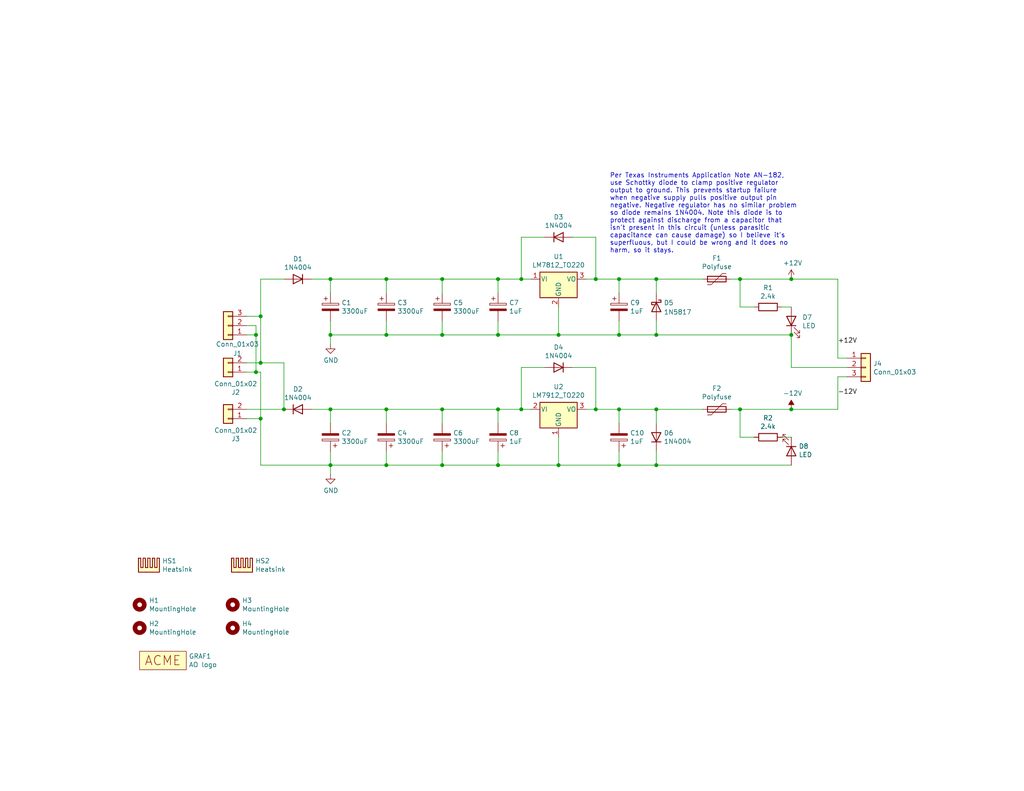
<source format=kicad_sch>
(kicad_sch (version 20211123) (generator eeschema)
  (paper "USLetter")
  (title_block (title "±12V wall wart supply") (date "2020-11-17") (company "Rich Holmes / Analog Output") (comment 1 "http://musicfromouterspace.com/analogsynth_new/WALLWARTSUPPLY/WALLWARTSUPPLY.php") (comment 2 "Based on MFOS "))
  (lib_symbols
    (symbol "Connector_Generic:Conn_01x02" (pin_names (offset 1.016) hide)
      (property "Reference" "J" (at 0 2.54 0))
      (property "Value" "Conn_01x02" (at 0 -5.08 0))
      (symbol "Conn_01x02_1_1"
        (rectangle (start -1.27 -2.413) (end 0 -2.667) (stroke (width 0.1524)))
        (rectangle (start -1.27 0.127) (end 0 -0.127) (stroke (width 0.1524)))
        (rectangle (start -1.27 1.27) (end 1.27 -3.81) (stroke (width 0.254)) (fill (type background)))
        (pin passive line (at -5.08 0 0) (length 3.81) (name "Pin_1") (number "1"))
        (pin passive line (at -5.08 -2.54 0) (length 3.81) (name "Pin_2") (number "2"))
      )
    )
    (symbol "Connector_Generic:Conn_01x03" (pin_names (offset 1.016) hide)
      (property "Reference" "J" (at 0 5.08 0))
      (property "Value" "Conn_01x03" (at 0 -5.08 0))
      (symbol "Conn_01x03_1_1"
        (rectangle (start -1.27 -2.413) (end 0 -2.667) (stroke (width 0.1524)))
        (rectangle (start -1.27 0.127) (end 0 -0.127) (stroke (width 0.1524)))
        (rectangle (start -1.27 2.667) (end 0 2.413) (stroke (width 0.1524)))
        (rectangle (start -1.27 3.81) (end 1.27 -3.81) (stroke (width 0.254)) (fill (type background)))
        (pin passive line (at -5.08 2.54 0) (length 3.81) (name "Pin_1") (number "1"))
        (pin passive line (at -5.08 0 0) (length 3.81) (name "Pin_2") (number "2"))
        (pin passive line (at -5.08 -2.54 0) (length 3.81) (name "Pin_3") (number "3"))
      )
    )
    (symbol "Device:LED" (pin_numbers hide) (pin_names (offset 1.016) hide)
      (property "Reference" "D" (at 0 2.54 0))
      (property "Value" "LED" (at 0 -2.54 0))
      (symbol "LED_0_1"
        (polyline (pts (xy -1.27 -1.27) (xy -1.27 1.27)) (stroke (width 0.254)))
        (polyline (pts (xy -1.27 0) (xy 1.27 0)))
        (polyline (pts (xy 1.27 -1.27) (xy 1.27 1.27) (xy -1.27 0) (xy 1.27 -1.27)) (stroke (width 0.254)))
        (polyline (pts (xy -3.048 -0.762) (xy -4.572 -2.286) (xy -3.81 -2.286) (xy -4.572 -2.286) (xy -4.572 -1.524)))
        (polyline (pts (xy -1.778 -0.762) (xy -3.302 -2.286) (xy -2.54 -2.286) (xy -3.302 -2.286) (xy -3.302 -1.524)))
      )
      (symbol "LED_1_1"
        (pin passive line (at -3.81 0 0) (length 2.54) (name "K") (number "1"))
        (pin passive line (at 3.81 0 180) (length 2.54) (name "A") (number "2"))
      )
    )
    (symbol "Device:Polyfuse" (pin_numbers hide) (pin_names (offset 0))
      (property "Reference" "F" (at -2.54 0 90))
      (property "Value" "Polyfuse" (at 2.54 0 90))
      (symbol "Polyfuse_0_1"
        (rectangle (start -0.762 2.54) (end 0.762 -2.54) (stroke (width 0.254)))
        (polyline (pts (xy 0 2.54) (xy 0 -2.54)))
        (polyline (pts (xy -1.524 2.54) (xy -1.524 1.524) (xy 1.524 -1.524) (xy 1.524 -2.54)))
      )
      (symbol "Polyfuse_1_1"
        (pin passive line (at 0 3.81 270) (length 1.27) (name "~") (number "1"))
        (pin passive line (at 0 -3.81 90) (length 1.27) (name "~") (number "2"))
      )
    )
    (symbol "Device:R" (pin_numbers hide) (pin_names (offset 0))
      (property "Reference" "R" (at 2.032 0 90))
      (property "Value" "R" (at 0 0 90))
      (symbol "R_0_1"
        (rectangle (start -1.016 -2.54) (end 1.016 2.54) (stroke (width 0.254)))
      )
      (symbol "R_1_1"
        (pin passive line (at 0 3.81 270) (length 1.27) (name "~") (number "1"))
        (pin passive line (at 0 -3.81 90) (length 1.27) (name "~") (number "2"))
      )
    )
    (symbol "Diode:1N4004" (pin_numbers hide) (pin_names (offset 1.016) hide)
      (property "Reference" "D" (at 0 2.54 0))
      (property "Value" "1N4004" (at 0 -2.54 0))
      (symbol "1N4004_0_1"
        (polyline (pts (xy -1.27 1.27) (xy -1.27 -1.27)) (stroke (width 0.254)))
        (polyline (pts (xy 1.27 0) (xy -1.27 0)))
        (polyline (pts (xy 1.27 1.27) (xy 1.27 -1.27) (xy -1.27 0) (xy 1.27 1.27)) (stroke (width 0.254)))
      )
      (symbol "1N4004_1_1"
        (pin passive line (at -3.81 0 0) (length 2.54) (name "K") (number "1"))
        (pin passive line (at 3.81 0 180) (length 2.54) (name "A") (number "2"))
      )
    )
    (symbol "Mechanical:Heatsink" (pin_names (offset 1.016))
      (property "Reference" "HS" (at 0 5.08 0))
      (property "Value" "Heatsink" (at 0 -1.27 0))
      (symbol "Heatsink_0_1"
        (polyline (pts (xy -0.3302 1.27) (xy -0.9652 1.27) (xy -0.9652 3.81) (xy -1.6002 3.81) (xy -1.6002 1.27) (xy -2.2352 1.27) (xy -2.2352 3.81) (xy -2.8702 3.81) (xy -2.8702 0) (xy -0.9652 0)) (stroke (width 0.254)) (fill (type background)))
        (polyline (pts (xy -0.3302 1.27) (xy -0.3302 3.81) (xy 0.3048 3.81) (xy 0.3048 1.27) (xy 0.9398 1.27) (xy 0.9398 3.81) (xy 1.5748 3.81) (xy 1.5748 1.27) (xy 2.2098 1.27) (xy 2.2098 3.81) (xy 2.8448 3.81) (xy 2.8448 0) (xy -0.9652 0)) (stroke (width 0.254)) (fill (type background)))
      )
    )
    (symbol "Regulator_Linear:LM7812_TO220" (pin_names (offset 0.254))
      (property "Reference" "U" (at -3.81 3.175 0))
      (property "Value" "LM7812_TO220" (at 0 3.175 0))
      (symbol "LM7812_TO220_0_1"
        (rectangle (start -5.08 1.905) (end 5.08 -5.08) (stroke (width 0.254)) (fill (type background)))
      )
      (symbol "LM7812_TO220_1_1"
        (pin power_in line (at -7.62 0 0) (length 2.54) (name "VI") (number "1"))
        (pin power_in line (at 0 -7.62 90) (length 2.54) (name "GND") (number "2"))
        (pin power_out line (at 7.62 0 180) (length 2.54) (name "VO") (number "3"))
      )
    )
    (symbol "Regulator_Linear:LM7912_TO220" (pin_names (offset 0.254))
      (property "Reference" "U" (at -3.81 -3.175 0))
      (property "Value" "LM7912_TO220" (at 0 -3.175 0))
      (symbol "LM7912_TO220_0_1"
        (rectangle (start -5.08 5.08) (end 5.08 -1.905) (stroke (width 0.254)) (fill (type background)))
      )
      (symbol "LM7912_TO220_1_1"
        (pin power_in line (at 0 7.62 270) (length 2.54) (name "GND") (number "1"))
        (pin power_in line (at -7.62 0 0) (length 2.54) (name "VI") (number "2"))
        (pin power_out line (at 7.62 0 180) (length 2.54) (name "VO") (number "3"))
      )
    )
    (symbol "ao_symbols:1N5817" (pin_numbers hide) (pin_names (offset 1.016) hide)
      (property "Reference" "D" (at 0 2.54 0))
      (property "Value" "1N5817" (at 0 -2.54 0))
      (symbol "1N5817_0_1"
        (polyline (pts (xy 1.27 0) (xy -1.27 0)))
        (polyline (pts (xy 1.27 1.27) (xy 1.27 -1.27) (xy -1.27 0) (xy 1.27 1.27)) (stroke (width 0.254)))
        (polyline (pts (xy -1.905 0.635) (xy -1.905 1.27) (xy -1.27 1.27) (xy -1.27 -1.27) (xy -0.635 -1.27) (xy -0.635 -0.635)) (stroke (width 0.254)))
      )
      (symbol "1N5817_1_1"
        (pin passive line (at -3.81 0 0) (length 2.54) (name "K") (number "1"))
        (pin passive line (at 3.81 0 180) (length 2.54) (name "A") (number "2"))
      )
    )
    (symbol "ao_symbols:CP" (pin_numbers hide) (pin_names (offset 0.254))
      (property "Reference" "C" (at 0.635 2.54 0))
      (property "Value" "CP" (at 0.635 -2.54 0))
      (symbol "CP_0_1"
        (rectangle (start -2.286 0.508) (end 2.286 1.016))
        (polyline (pts (xy -1.778 2.286) (xy -0.762 2.286)))
        (polyline (pts (xy -1.27 2.794) (xy -1.27 1.778)))
        (rectangle (start 2.286 -0.508) (end -2.286 -1.016) (fill (type outline)))
      )
      (symbol "CP_1_1"
        (pin passive line (at 0 3.81 270) (length 2.794) (name "~") (number "1"))
        (pin passive line (at 0 -3.81 90) (length 2.794) (name "~") (number "2"))
      )
    )
    (symbol "ao_symbols:Graphic" (pin_names (offset 1.016))
      (property "Reference" "GRAF" (at 0 -3.81 0))
      (property "Value" "Graphic" (at 0 3.81 0))
      (symbol "Graphic_0_0"
        (rectangle (start -6.35 2.54) (end 6.35 -2.54) (fill (type background)))
        (text "ACME" (at 0 0 0) (effects (font (size 2.54 2.54))))
      )
    )
    (symbol "ao_symbols:MountingHole" (pin_names (offset 1.016))
      (property "Reference" "H" (at 0 5.08 0))
      (property "Value" "MountingHole" (at 0 3.175 0))
      (symbol "MountingHole_0_1"
        (circle (center 0 0) (radius 1.27) (stroke (width 1.27)))
      )
    )
    (symbol "power:+12V" (power) (pin_names (offset 0))
      (property "Value" "+12V" (at 0 3.556 0))
      (symbol "+12V_0_1"
        (polyline (pts (xy -0.762 1.27) (xy 0 2.54)))
        (polyline (pts (xy 0 0) (xy 0 2.54)))
        (polyline (pts (xy 0 2.54) (xy 0.762 1.27)))
      )
      (symbol "+12V_1_1"
        (pin power_in line (at 0 0 90) (length 0) hide (name "+12V") (number "1"))
      )
    )
    (symbol "power:-12V" (power) (pin_names (offset 0))
      (property "Value" "-12V" (at 0 3.81 0))
      (symbol "-12V_0_0"
        (pin power_in line (at 0 0 90) (length 0) hide (name "-12V") (number "1"))
      )
      (symbol "-12V_0_1"
        (polyline (pts (xy 0 0) (xy 0 1.27) (xy 0.762 1.27) (xy 0 2.54) (xy -0.762 1.27) (xy 0 1.27)) (fill (type outline)))
      )
    )
    (symbol "power:GND" (power) (pin_names (offset 0))
      (property "Value" "GND" (at 0 -3.81 0))
      (symbol "GND_0_1"
        (polyline (pts (xy 0 0) (xy 0 -1.27) (xy 1.27 -1.27) (xy 0 -2.54) (xy -1.27 -1.27) (xy 0 -1.27)))
      )
      (symbol "GND_1_1"
        (pin power_in line (at 0 0 270) (length 0) hide (name "GND") (number "1"))
      )
    )
  )
  (junction (at 90.17 127))
  (junction (at 168.91 76.2))
  (junction (at 215.9 91.44))
  (junction (at 152.4 91.44))
  (junction (at 105.41 91.44))
  (junction (at 152.4 127))
  (junction (at 142.24 111.76))
  (junction (at 179.07 111.76))
  (junction (at 162.56 111.76))
  (junction (at 71.12 114.3))
  (junction (at 71.12 99.06))
  (junction (at 179.07 127))
  (junction (at 168.91 91.44))
  (junction (at 120.65 111.76))
  (junction (at 105.41 76.2))
  (junction (at 135.89 127))
  (junction (at 135.89 76.2))
  (junction (at 168.91 127))
  (junction (at 120.65 76.2))
  (junction (at 142.24 76.2))
  (junction (at 120.65 91.44))
  (junction (at 90.17 76.2))
  (junction (at 162.56 76.2))
  (junction (at 135.89 91.44))
  (junction (at 69.85 91.44))
  (junction (at 179.07 91.44))
  (junction (at 179.07 76.2))
  (junction (at 90.17 111.76))
  (junction (at 215.9 111.76))
  (junction (at 69.85 101.6))
  (junction (at 135.89 111.76))
  (junction (at 120.65 127))
  (junction (at 201.93 76.2))
  (junction (at 90.17 91.44))
  (junction (at 77.47 111.76))
  (junction (at 215.9 76.2))
  (junction (at 105.41 127))
  (junction (at 201.93 111.76))
  (junction (at 105.41 111.76))
  (junction (at 168.91 111.76))
  (junction (at 71.12 86.36))
  (wire (pts (xy 71.12 101.6) (xy 69.85 101.6)))
  (wire (pts (xy 205.74 119.38) (xy 201.93 119.38)))
  (wire (pts (xy 152.4 83.82) (xy 152.4 91.44)))
  (wire (pts (xy 152.4 91.44) (xy 168.91 91.44)))
  (wire (pts (xy 71.12 114.3) (xy 71.12 127)))
  (wire (pts (xy 105.41 80.01) (xy 105.41 76.2)))
  (wire (pts (xy 90.17 76.2) (xy 105.41 76.2)))
  (wire (pts (xy 135.89 111.76) (xy 142.24 111.76)))
  (wire (pts (xy 199.39 111.76) (xy 201.93 111.76)))
  (wire (pts (xy 90.17 123.19) (xy 90.17 127)))
  (wire (pts (xy 215.9 83.82) (xy 213.36 83.82)))
  (wire (pts (xy 90.17 91.44) (xy 105.41 91.44)))
  (wire (pts (xy 120.65 127) (xy 135.89 127)))
  (wire (pts (xy 168.91 87.63) (xy 168.91 91.44)))
  (wire (pts (xy 156.21 100.33) (xy 162.56 100.33)))
  (wire (pts (xy 201.93 76.2) (xy 215.9 76.2)))
  (wire (pts (xy 105.41 111.76) (xy 120.65 111.76)))
  (wire (pts (xy 69.85 88.9) (xy 69.85 91.44)))
  (wire (pts (xy 71.12 99.06) (xy 67.31 99.06)))
  (wire (pts (xy 168.91 127) (xy 179.07 127)))
  (wire (pts (xy 135.89 91.44) (xy 152.4 91.44)))
  (wire (pts (xy 142.24 76.2) (xy 142.24 64.77)))
  (wire (pts (xy 162.56 100.33) (xy 162.56 111.76)))
  (wire (pts (xy 168.91 115.57) (xy 168.91 111.76)))
  (wire (pts (xy 71.12 127) (xy 90.17 127)))
  (wire (pts (xy 179.07 87.63) (xy 179.07 91.44)))
  (wire (pts (xy 90.17 115.57) (xy 90.17 111.76)))
  (wire (pts (xy 160.02 111.76) (xy 162.56 111.76)))
  (wire (pts (xy 105.41 115.57) (xy 105.41 111.76)))
  (wire (pts (xy 162.56 64.77) (xy 162.56 76.2)))
  (wire (pts (xy 90.17 127) (xy 105.41 127)))
  (wire (pts (xy 168.91 76.2) (xy 179.07 76.2)))
  (wire (pts (xy 105.41 127) (xy 120.65 127)))
  (wire (pts (xy 179.07 76.2) (xy 191.77 76.2)))
  (wire (pts (xy 228.6 102.87) (xy 231.14 102.87)))
  (wire (pts (xy 120.65 87.63) (xy 120.65 91.44)))
  (wire (pts (xy 215.9 76.2) (xy 228.6 76.2)))
  (wire (pts (xy 120.65 115.57) (xy 120.65 111.76)))
  (wire (pts (xy 142.24 64.77) (xy 148.59 64.77)))
  (wire (pts (xy 228.6 97.79) (xy 231.14 97.79)))
  (wire (pts (xy 179.07 127) (xy 215.9 127)))
  (wire (pts (xy 85.09 76.2) (xy 90.17 76.2)))
  (wire (pts (xy 120.65 123.19) (xy 120.65 127)))
  (wire (pts (xy 120.65 91.44) (xy 135.89 91.44)))
  (wire (pts (xy 228.6 76.2) (xy 228.6 97.79)))
  (wire (pts (xy 105.41 123.19) (xy 105.41 127)))
  (wire (pts (xy 179.07 123.19) (xy 179.07 127)))
  (wire (pts (xy 168.91 80.01) (xy 168.91 76.2)))
  (wire (pts (xy 120.65 80.01) (xy 120.65 76.2)))
  (wire (pts (xy 67.31 114.3) (xy 71.12 114.3)))
  (wire (pts (xy 67.31 88.9) (xy 69.85 88.9)))
  (wire (pts (xy 162.56 76.2) (xy 168.91 76.2)))
  (wire (pts (xy 179.07 91.44) (xy 215.9 91.44)))
  (wire (pts (xy 120.65 76.2) (xy 135.89 76.2)))
  (wire (pts (xy 179.07 115.57) (xy 179.07 111.76)))
  (wire (pts (xy 201.93 119.38) (xy 201.93 111.76)))
  (wire (pts (xy 228.6 111.76) (xy 228.6 102.87)))
  (wire (pts (xy 90.17 80.01) (xy 90.17 76.2)))
  (wire (pts (xy 152.4 127) (xy 168.91 127)))
  (wire (pts (xy 152.4 119.38) (xy 152.4 127)))
  (wire (pts (xy 67.31 91.44) (xy 69.85 91.44)))
  (wire (pts (xy 77.47 111.76) (xy 77.47 99.06)))
  (wire (pts (xy 105.41 76.2) (xy 120.65 76.2)))
  (wire (pts (xy 67.31 86.36) (xy 71.12 86.36)))
  (wire (pts (xy 71.12 86.36) (xy 71.12 76.2)))
  (wire (pts (xy 215.9 111.76) (xy 228.6 111.76)))
  (wire (pts (xy 135.89 115.57) (xy 135.89 111.76)))
  (wire (pts (xy 160.02 76.2) (xy 162.56 76.2)))
  (wire (pts (xy 135.89 87.63) (xy 135.89 91.44)))
  (wire (pts (xy 71.12 76.2) (xy 77.47 76.2)))
  (wire (pts (xy 201.93 111.76) (xy 215.9 111.76)))
  (wire (pts (xy 199.39 76.2) (xy 201.93 76.2)))
  (wire (pts (xy 90.17 111.76) (xy 105.41 111.76)))
  (wire (pts (xy 90.17 93.98) (xy 90.17 91.44)))
  (wire (pts (xy 135.89 80.01) (xy 135.89 76.2)))
  (wire (pts (xy 179.07 111.76) (xy 191.77 111.76)))
  (wire (pts (xy 179.07 80.01) (xy 179.07 76.2)))
  (wire (pts (xy 90.17 87.63) (xy 90.17 91.44)))
  (wire (pts (xy 71.12 101.6) (xy 71.12 114.3)))
  (wire (pts (xy 142.24 111.76) (xy 142.24 100.33)))
  (wire (pts (xy 201.93 83.82) (xy 201.93 76.2)))
  (wire (pts (xy 142.24 111.76) (xy 144.78 111.76)))
  (wire (pts (xy 69.85 91.44) (xy 69.85 101.6)))
  (wire (pts (xy 135.89 76.2) (xy 142.24 76.2)))
  (wire (pts (xy 215.9 91.44) (xy 215.9 100.33)))
  (wire (pts (xy 135.89 123.19) (xy 135.89 127)))
  (wire (pts (xy 142.24 76.2) (xy 144.78 76.2)))
  (wire (pts (xy 168.91 123.19) (xy 168.91 127)))
  (wire (pts (xy 71.12 99.06) (xy 71.12 86.36)))
  (wire (pts (xy 77.47 99.06) (xy 71.12 99.06)))
  (wire (pts (xy 85.09 111.76) (xy 90.17 111.76)))
  (wire (pts (xy 120.65 111.76) (xy 135.89 111.76)))
  (wire (pts (xy 67.31 111.76) (xy 77.47 111.76)))
  (wire (pts (xy 142.24 100.33) (xy 148.59 100.33)))
  (wire (pts (xy 162.56 111.76) (xy 168.91 111.76)))
  (wire (pts (xy 69.85 101.6) (xy 67.31 101.6)))
  (wire (pts (xy 168.91 91.44) (xy 179.07 91.44)))
  (wire (pts (xy 135.89 127) (xy 152.4 127)))
  (wire (pts (xy 168.91 111.76) (xy 179.07 111.76)))
  (wire (pts (xy 215.9 100.33) (xy 231.14 100.33)))
  (wire (pts (xy 156.21 64.77) (xy 162.56 64.77)))
  (wire (pts (xy 215.9 119.38) (xy 213.36 119.38)))
  (wire (pts (xy 105.41 91.44) (xy 120.65 91.44)))
  (wire (pts (xy 105.41 87.63) (xy 105.41 91.44)))
  (wire (pts (xy 205.74 83.82) (xy 201.93 83.82)))
  (wire (pts (xy 90.17 129.54) (xy 90.17 127)))
  (text "Per Texas Instruments Application Note AN-182,\nuse Schottky diode to clamp positive regulator\noutput to ground. This prevents startup failure\nwhen negative supply pulls positive output pin\nnegative. Negative regulator has no similar problem\nso diode remains 1N4004. Note this diode is to\nprotect against discharge from a capacitor that\nisn't present in this circuit (unless parasitic\ncapacitance can cause damage) so I believe it's\nsuperfluous, but I could be wrong and it does no\nharm, so it stays." (at 166.37 69.215 0) (effects (font (size 1.27 1.27)) (justify left bottom)))
  (label "+12V" (at 228.6 93.98 0))
  (label "-12V" (at 228.6 107.95 0))
  (symbol (lib_id "Diode:1N4004") (at 81.28 76.2 180) (unit 1)
    (property "Reference" "D1" (at 81.28 70.6882 0))
    (property "Value" "1N4004" (at 81.28 72.9996 0))
    (property "Footprint" "ao_tht:D_DO-41_SOD81_P10.16mm_Horizontal" (effects hide))
    (property "Datasheet" "http://www.vishay.com/docs/88503/1n4001.pdf" (effects hide))
  )
  (symbol (lib_id "ao_symbols:CP") (at 90.17 83.82 0) (unit 1)
    (property "Reference" "C1" (at 93.1672 82.6516 0) (effects (justify left)))
    (property "Value" "3300uF" (at 93.1672 84.963 0) (effects (justify left)))
    (property "Footprint" "Capacitor_THT:CP_Radial_D18.0mm_P7.50mm" (effects hide))
  )
  (symbol (lib_id "ao_symbols:CP") (at 135.89 83.82 0) (unit 1)
    (property "Reference" "C7" (at 138.8872 82.6516 0) (effects (justify left)))
    (property "Value" "1uF" (at 138.8872 84.963 0) (effects (justify left)))
    (property "Footprint" "Capacitor_THT:CP_Radial_Tantal_D4.5mm_P2.50mm" (effects hide))
  )
  (symbol (lib_id "ao_symbols:CP") (at 105.41 83.82 0) (unit 1)
    (property "Reference" "C3" (at 108.4072 82.6516 0) (effects (justify left)))
    (property "Value" "3300uF" (at 108.4072 84.963 0) (effects (justify left)))
    (property "Footprint" "Capacitor_THT:CP_Radial_D18.0mm_P7.50mm" (effects hide))
  )
  (symbol (lib_id "ao_symbols:CP") (at 120.65 83.82 0) (unit 1)
    (property "Reference" "C5" (at 123.6472 82.6516 0) (effects (justify left)))
    (property "Value" "3300uF" (at 123.6472 84.963 0) (effects (justify left)))
    (property "Footprint" "Capacitor_THT:CP_Radial_D18.0mm_P7.50mm" (effects hide))
  )
  (symbol (lib_id "Regulator_Linear:LM7812_TO220") (at 152.4 76.2 0) (unit 1)
    (property "Reference" "U1" (at 152.4 70.0532 0))
    (property "Value" "LM7812_TO220" (at 152.4 72.3646 0))
    (property "Footprint" "Package_TO_SOT_THT:TO-220-3_Vertical" (effects hide))
    (property "Datasheet" "https://www.onsemi.cn/PowerSolutions/document/MC7800-D.PDF" (effects hide))
  )
  (symbol (lib_id "ao_symbols:CP") (at 168.91 83.82 0) (unit 1)
    (property "Reference" "C9" (at 171.9072 82.6516 0) (effects (justify left)))
    (property "Value" "1uF" (at 171.9072 84.963 0) (effects (justify left)))
    (property "Footprint" "Capacitor_THT:CP_Radial_Tantal_D4.5mm_P2.50mm" (effects hide))
  )
  (symbol (lib_id "Diode:1N4004") (at 152.4 64.77 0) (unit 1)
    (property "Reference" "D3" (at 152.4 59.2582 0))
    (property "Value" "1N4004" (at 152.4 61.5696 0))
    (property "Footprint" "ao_tht:D_DO-41_SOD81_P10.16mm_Horizontal" (effects hide))
    (property "Datasheet" "http://www.vishay.com/docs/88503/1n4001.pdf" (effects hide))
  )
  (symbol (lib_id "Device:Polyfuse") (at 195.58 76.2 270) (unit 1)
    (property "Reference" "F1" (at 195.58 70.485 90))
    (property "Value" "Polyfuse" (at 195.58 72.7964 90))
    (property "Footprint" "ao_tht:PPTC_RXEF110" (effects hide))
  )
  (symbol (lib_id "Diode:1N4004") (at 81.28 111.76 0) (unit 1)
    (property "Reference" "D2" (at 81.28 106.2482 0))
    (property "Value" "1N4004" (at 81.28 108.5596 0))
    (property "Footprint" "ao_tht:D_DO-41_SOD81_P10.16mm_Horizontal" (effects hide))
    (property "Datasheet" "http://www.vishay.com/docs/88503/1n4001.pdf" (effects hide))
  )
  (symbol (lib_id "ao_symbols:CP") (at 90.17 119.38 180) (unit 1)
    (property "Reference" "C2" (at 93.1672 118.2116 0) (effects (justify right)))
    (property "Value" "3300uF" (at 93.1672 120.523 0) (effects (justify right)))
    (property "Footprint" "Capacitor_THT:CP_Radial_D18.0mm_P7.50mm" (effects hide))
  )
  (symbol (lib_id "ao_symbols:CP") (at 135.89 119.38 180) (unit 1)
    (property "Reference" "C8" (at 138.8872 118.2116 0) (effects (justify right)))
    (property "Value" "1uF" (at 138.8872 120.523 0) (effects (justify right)))
    (property "Footprint" "Capacitor_THT:CP_Radial_Tantal_D4.5mm_P2.50mm" (effects hide))
  )
  (symbol (lib_id "ao_symbols:CP") (at 105.41 119.38 180) (unit 1)
    (property "Reference" "C4" (at 108.4072 118.2116 0) (effects (justify right)))
    (property "Value" "3300uF" (at 108.4072 120.523 0) (effects (justify right)))
    (property "Footprint" "Capacitor_THT:CP_Radial_D18.0mm_P7.50mm" (effects hide))
  )
  (symbol (lib_id "ao_symbols:CP") (at 120.65 119.38 180) (unit 1)
    (property "Reference" "C6" (at 123.6472 118.2116 0) (effects (justify right)))
    (property "Value" "3300uF" (at 123.6472 120.523 0) (effects (justify right)))
    (property "Footprint" "Capacitor_THT:CP_Radial_D18.0mm_P7.50mm" (effects hide))
  )
  (symbol (lib_id "Regulator_Linear:LM7912_TO220") (at 152.4 111.76 0) (mirror x) (unit 1)
    (property "Reference" "U2" (at 152.4 105.6132 0))
    (property "Value" "LM7912_TO220" (at 152.4 107.9246 0))
    (property "Footprint" "Package_TO_SOT_THT:TO-220-3_Vertical" (effects hide))
    (property "Datasheet" "https://www.onsemi.cn/PowerSolutions/document/MC7800-D.PDF" (effects hide))
  )
  (symbol (lib_id "ao_symbols:CP") (at 168.91 119.38 180) (unit 1)
    (property "Reference" "C10" (at 171.9072 118.2116 0) (effects (justify right)))
    (property "Value" "1uF" (at 171.9072 120.523 0) (effects (justify right)))
    (property "Footprint" "Capacitor_THT:CP_Radial_Tantal_D4.5mm_P2.50mm" (effects hide))
  )
  (symbol (lib_id "Diode:1N4004") (at 152.4 100.33 180) (unit 1)
    (property "Reference" "D4" (at 152.4 94.8182 0))
    (property "Value" "1N4004" (at 152.4 97.1296 0))
    (property "Footprint" "ao_tht:D_DO-41_SOD81_P10.16mm_Horizontal" (effects hide))
    (property "Datasheet" "http://www.vishay.com/docs/88503/1n4001.pdf" (effects hide))
  )
  (symbol (lib_id "Diode:1N4004") (at 179.07 119.38 90) (unit 1)
    (property "Reference" "D6" (at 181.102 118.2116 90) (effects (justify right)))
    (property "Value" "1N4004" (at 181.102 120.523 90) (effects (justify right)))
    (property "Footprint" "ao_tht:D_DO-41_SOD81_P10.16mm_Horizontal" (effects hide))
    (property "Datasheet" "http://www.vishay.com/docs/88503/1n4001.pdf" (effects hide))
  )
  (symbol (lib_id "Connector_Generic:Conn_01x02") (at 62.23 101.6 180) (unit 1)
    (property "Reference" "J2" (at 64.3128 107.1118 0))
    (property "Value" "Conn_01x02" (at 64.3128 104.8004 0))
    (property "Footprint" "ao_tht:TerminalBlock_dinkle_pluggable_2_P5.00mm" (effects hide))
  )
  (symbol (lib_id "Device:LED") (at 215.9 87.63 90) (unit 1)
    (property "Reference" "D7" (at 218.8972 86.6394 90) (effects (justify right)))
    (property "Value" "LED" (at 218.8972 88.9508 90) (effects (justify right)))
    (property "Footprint" "LED_THT:LED_D3.0mm" (effects hide))
  )
  (symbol (lib_id "Connector_Generic:Conn_01x03") (at 62.23 88.9 180) (unit 1)
    (property "Reference" "J1" (at 64.77 96.52 0))
    (property "Value" "Conn_01x03" (at 64.77 93.98 0))
    (property "Footprint" "ao_tht:Wall_wart_A-4118" (effects hide))
  )
  (symbol (lib_id "Device:R") (at 209.55 83.82 270) (unit 1)
    (property "Reference" "R1" (at 209.55 78.5622 90))
    (property "Value" "2.4k" (at 209.55 80.8736 90))
    (property "Footprint" "ao_tht:R_Axial_DIN0207_L6.3mm_D2.5mm_P10.16mm_Horizontal" (effects hide))
  )
  (symbol (lib_id "Device:Polyfuse") (at 195.58 111.76 270) (unit 1)
    (property "Reference" "F2" (at 195.58 106.045 90))
    (property "Value" "Polyfuse" (at 195.58 108.3564 90))
    (property "Footprint" "ao_tht:PPTC_RXEF110" (effects hide))
  )
  (symbol (lib_id "Device:LED") (at 215.9 123.19 270) (unit 1)
    (property "Reference" "D8" (at 217.932 121.8438 90) (effects (justify left)))
    (property "Value" "LED" (at 217.932 124.1552 90) (effects (justify left)))
    (property "Footprint" "LED_THT:LED_D3.0mm" (effects hide))
  )
  (symbol (lib_id "Device:R") (at 209.55 119.38 270) (unit 1)
    (property "Reference" "R2" (at 209.55 114.1222 90))
    (property "Value" "2.4k" (at 209.55 116.4336 90))
    (property "Footprint" "ao_tht:R_Axial_DIN0207_L6.3mm_D2.5mm_P10.16mm_Horizontal" (effects hide))
  )
  (symbol (lib_id "power:GND") (at 90.17 93.98 0) (unit 1)
    (property "Reference" "#PWR01" (effects hide))
    (property "Value" "GND" (at 90.297 98.3742 0))
  )
  (symbol (lib_id "power:GND") (at 90.17 129.54 0) (unit 1)
    (property "Reference" "#PWR02" (effects hide))
    (property "Value" "GND" (at 90.297 133.9342 0))
  )
  (symbol (lib_id "power:+12V") (at 215.9 76.2 0) (unit 1)
    (property "Reference" "#PWR03" (effects hide))
    (property "Value" "+12V" (at 216.281 71.8058 0))
  )
  (symbol (lib_id "power:-12V") (at 215.9 111.76 0) (unit 1)
    (property "Reference" "#PWR04" (effects hide))
    (property "Value" "-12V" (at 216.281 107.3658 0))
  )
  (symbol (lib_id "Connector_Generic:Conn_01x03") (at 236.22 100.33 0) (unit 1)
    (property "Reference" "J4" (at 238.252 99.2632 0) (effects (justify left)))
    (property "Value" "Conn_01x03" (at 238.252 101.5746 0) (effects (justify left)))
    (property "Footprint" "ao_tht:TerminalBlock_Degson_DG301_1x03_P5.00mm_Vertical" (effects hide))
  )
  (symbol (lib_id "Connector_Generic:Conn_01x02") (at 62.23 114.3 180) (unit 1)
    (property "Reference" "J3" (at 64.3128 119.8118 0))
    (property "Value" "Conn_01x02" (at 64.3128 117.5004 0))
    (property "Footprint" "ao_tht:TerminalBlock_dinkle_pluggable_2_P5.00mm" (effects hide))
  )
  (symbol (lib_id "Mechanical:Heatsink") (at 40.64 156.21 0) (unit 1)
    (property "Reference" "HS1" (at 44.2468 153.1366 0) (effects (justify left)))
    (property "Value" "Heatsink" (at 44.2468 155.448 0) (effects (justify left)))
    (property "Footprint" "ao_tht:Heatsink_17x17mm_A-5093" (effects hide))
  )
  (symbol (lib_id "Mechanical:Heatsink") (at 66.04 156.21 0) (unit 1)
    (property "Reference" "HS2" (at 69.6468 153.1366 0) (effects (justify left)))
    (property "Value" "Heatsink" (at 69.6468 155.448 0) (effects (justify left)))
    (property "Footprint" "ao_tht:Heatsink_17x17mm_A-5093" (effects hide))
  )
  (symbol (lib_id "ao_symbols:MountingHole") (at 38.1 165.1 0) (unit 1) (in_bom no)
    (property "Reference" "H1" (at 40.64 163.9316 0) (effects (justify left)))
    (property "Value" "MountingHole" (at 40.64 166.243 0) (effects (justify left)))
    (property "Footprint" "ao_tht:MountingHole_3.2mm_M3" (effects hide))
    (property "Config" "DNF" (effects hide))
  )
  (symbol (lib_id "ao_symbols:Graphic") (at 44.45 180.34 0) (unit 1) (in_bom no)
    (property "Reference" "GRAF1" (at 51.5112 179.1716 0) (effects (justify left)))
    (property "Value" "AO logo" (at 51.5112 181.483 0) (effects (justify left)))
    (property "Footprint" "ao_tht:analogoutput_12mm" (effects hide))
    (property "Config" "DNF" (effects hide))
  )
  (symbol (lib_id "ao_symbols:MountingHole") (at 38.1 171.45 0) (unit 1) (in_bom no)
    (property "Reference" "H2" (at 40.64 170.2816 0) (effects (justify left)))
    (property "Value" "MountingHole" (at 40.64 172.593 0) (effects (justify left)))
    (property "Footprint" "ao_tht:MountingHole_3.2mm_M3" (effects hide))
    (property "Config" "DNF" (effects hide))
  )
  (symbol (lib_id "ao_symbols:MountingHole") (at 63.5 165.1 0) (unit 1) (in_bom no)
    (property "Reference" "H3" (at 66.04 163.9316 0) (effects (justify left)))
    (property "Value" "MountingHole" (at 66.04 166.243 0) (effects (justify left)))
    (property "Footprint" "ao_tht:MountingHole_3.2mm_M3" (effects hide))
    (property "Config" "DNF" (effects hide))
  )
  (symbol (lib_id "ao_symbols:MountingHole") (at 63.5 171.45 0) (unit 1) (in_bom no)
    (property "Reference" "H4" (at 66.04 170.2816 0) (effects (justify left)))
    (property "Value" "MountingHole" (at 66.04 172.593 0) (effects (justify left)))
    (property "Footprint" "ao_tht:MountingHole_3.2mm_M3" (effects hide))
    (property "Config" "DNF" (effects hide))
  )
  (symbol (lib_id "ao_symbols:1N5817") (at 179.07 83.82 270) (unit 1)
    (property "Reference" "D5" (at 181.102 82.6678 90) (effects (justify left)))
    (property "Value" "1N5817" (at 181.102 85.2047 90) (effects (justify left)))
    (property "Footprint" "Diode_THT:D_DO-41_SOD81_P10.16mm_Horizontal" (effects hide))
    (property "Vendor" "Tayda" (effects hide))
    (property "SKU" "A-159" (effects hide))
  )
)
</source>
